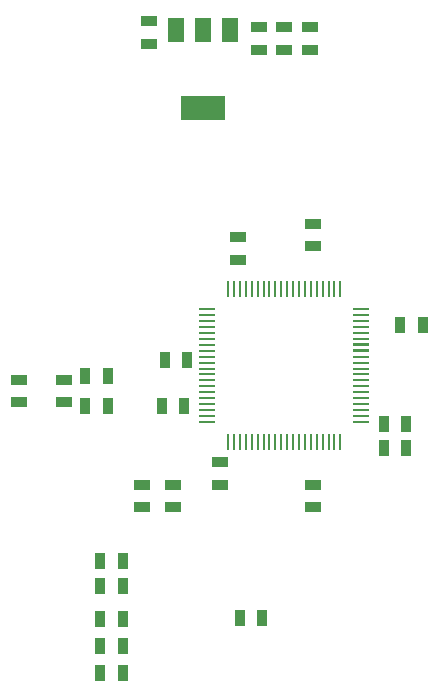
<source format=gtp>
G04 (created by PCBNEW-RS274X (2011-03-30 BZR 2932)-stable) date 30/04/2011 07:18:35 p.m.*
G01*
G70*
G90*
%MOIN*%
G04 Gerber Fmt 3.4, Leading zero omitted, Abs format*
%FSLAX34Y34*%
G04 APERTURE LIST*
%ADD10C,0.006000*%
%ADD11R,0.055000X0.010000*%
%ADD12R,0.010000X0.055000*%
%ADD13R,0.055000X0.009200*%
%ADD14R,0.035000X0.055000*%
%ADD15R,0.055000X0.035000*%
%ADD16R,0.055000X0.034000*%
%ADD17R,0.150000X0.080000*%
%ADD18R,0.055000X0.080000*%
G04 APERTURE END LIST*
G54D10*
G54D11*
X18591Y-20328D03*
G54D12*
X19278Y-24759D03*
G54D11*
X23709Y-24072D03*
G54D12*
X23022Y-19641D03*
G54D11*
X18591Y-20525D03*
G54D12*
X19475Y-24759D03*
G54D11*
X23709Y-23875D03*
G54D12*
X22825Y-19641D03*
G54D13*
X18591Y-20722D03*
G54D12*
X19672Y-24759D03*
G54D11*
X23709Y-23678D03*
G54D12*
X22628Y-19641D03*
G54D11*
X18591Y-20919D03*
G54D12*
X19869Y-24759D03*
G54D11*
X23709Y-23481D03*
G54D12*
X22431Y-19641D03*
G54D11*
X18591Y-21116D03*
G54D12*
X20066Y-24759D03*
G54D11*
X23709Y-23284D03*
G54D12*
X22234Y-19641D03*
G54D11*
X18591Y-21313D03*
G54D12*
X20263Y-24759D03*
G54D11*
X23709Y-23087D03*
G54D12*
X22037Y-19641D03*
G54D11*
X18591Y-21510D03*
G54D12*
X20460Y-24759D03*
G54D11*
X23709Y-22890D03*
G54D12*
X21840Y-19641D03*
G54D11*
X18591Y-21707D03*
G54D12*
X20657Y-24759D03*
G54D11*
X23709Y-22693D03*
G54D12*
X21643Y-19641D03*
G54D11*
X18591Y-21904D03*
G54D12*
X20854Y-24759D03*
G54D11*
X23709Y-22496D03*
G54D12*
X21446Y-19641D03*
G54D11*
X18591Y-22101D03*
G54D12*
X21051Y-24759D03*
G54D11*
X23709Y-22299D03*
G54D12*
X21249Y-19641D03*
G54D11*
X18591Y-22298D03*
G54D12*
X21248Y-24759D03*
G54D11*
X23709Y-22102D03*
G54D12*
X21052Y-19641D03*
G54D11*
X18591Y-22495D03*
G54D12*
X21445Y-24759D03*
G54D11*
X23709Y-21905D03*
G54D12*
X20855Y-19641D03*
G54D11*
X18591Y-22692D03*
G54D12*
X21642Y-24759D03*
G54D10*
G36*
X23434Y-21658D02*
X23984Y-21658D01*
X23984Y-21758D01*
X23434Y-21758D01*
X23434Y-21658D01*
X23434Y-21658D01*
G37*
G54D12*
X20658Y-19641D03*
G54D11*
X18591Y-22889D03*
G54D12*
X21839Y-24759D03*
G54D10*
G36*
X23434Y-21461D02*
X23984Y-21461D01*
X23984Y-21561D01*
X23434Y-21561D01*
X23434Y-21461D01*
X23434Y-21461D01*
G37*
G54D12*
X20461Y-19641D03*
G54D11*
X18591Y-23086D03*
G54D12*
X22036Y-24759D03*
G54D11*
X23709Y-21314D03*
G54D12*
X20264Y-19641D03*
G54D11*
X18591Y-23283D03*
G54D12*
X22233Y-24759D03*
G54D11*
X23709Y-21117D03*
G54D12*
X20067Y-19641D03*
G54D11*
X18591Y-23480D03*
G54D12*
X22430Y-24759D03*
G54D11*
X23709Y-20920D03*
G54D12*
X19870Y-19641D03*
G54D11*
X18591Y-23677D03*
G54D12*
X22627Y-24759D03*
G54D11*
X23709Y-20723D03*
G54D12*
X19673Y-19641D03*
G54D11*
X18591Y-23874D03*
G54D12*
X22824Y-24759D03*
G54D11*
X23709Y-20526D03*
G54D12*
X19476Y-19641D03*
G54D11*
X18591Y-24071D03*
G54D12*
X23021Y-24759D03*
G54D11*
X23709Y-20329D03*
G54D12*
X19279Y-19641D03*
G54D14*
X15025Y-31550D03*
X15775Y-31550D03*
X15025Y-29550D03*
X15775Y-29550D03*
G54D15*
X22000Y-11675D03*
X22000Y-10925D03*
G54D14*
X15025Y-32450D03*
X15775Y-32450D03*
X19675Y-30600D03*
X20425Y-30600D03*
X25225Y-24950D03*
X24475Y-24950D03*
X14525Y-22550D03*
X15275Y-22550D03*
X14525Y-23550D03*
X15275Y-23550D03*
X15025Y-30650D03*
X15775Y-30650D03*
G54D15*
X13800Y-22675D03*
X13800Y-23425D03*
X21150Y-11675D03*
X21150Y-10925D03*
X12300Y-22675D03*
X12300Y-23425D03*
X17450Y-26925D03*
X17450Y-26175D03*
G54D14*
X15025Y-28700D03*
X15775Y-28700D03*
G54D15*
X16650Y-11475D03*
X16650Y-10725D03*
X20300Y-11675D03*
X20300Y-10925D03*
G54D14*
X17825Y-23550D03*
X17075Y-23550D03*
G54D15*
X19000Y-26175D03*
X19000Y-25425D03*
X22100Y-26925D03*
X22100Y-26175D03*
G54D14*
X25225Y-24150D03*
X24475Y-24150D03*
X25775Y-20850D03*
X25025Y-20850D03*
G54D15*
X22100Y-17475D03*
X22100Y-18225D03*
X19600Y-17925D03*
G54D16*
X19600Y-18675D03*
G54D14*
X17175Y-22000D03*
X17925Y-22000D03*
G54D15*
X16400Y-26925D03*
X16400Y-26175D03*
G54D17*
X18450Y-13600D03*
G54D18*
X18450Y-11000D03*
X17550Y-11000D03*
X19350Y-11000D03*
M02*

</source>
